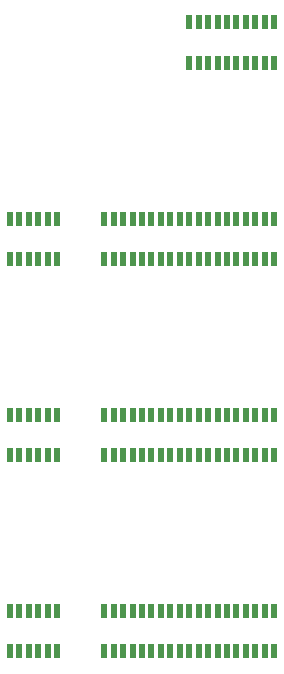
<source format=gbr>
G04 #@! TF.FileFunction,Paste,Top*
%FSLAX46Y46*%
G04 Gerber Fmt 4.6, Leading zero omitted, Abs format (unit mm)*
G04 Created by KiCad (PCBNEW 4.0.1-stable) date 2016-12-19 1:01:29 AM*
%MOMM*%
G01*
G04 APERTURE LIST*
%ADD10C,0.100000*%
%ADD11R,0.500000X1.200000*%
G04 APERTURE END LIST*
D10*
D11*
X95500000Y-64800000D03*
X97100000Y-64800000D03*
X96300000Y-64800000D03*
X95500000Y-61400000D03*
X97100000Y-61400000D03*
X96300000Y-61400000D03*
X89100000Y-64800000D03*
X89900000Y-64800000D03*
X91500000Y-64800000D03*
X90700000Y-64800000D03*
X93900000Y-64800000D03*
X94700000Y-64800000D03*
X93100000Y-64800000D03*
X92300000Y-64800000D03*
X89100000Y-61400000D03*
X89900000Y-61400000D03*
X91500000Y-61400000D03*
X90700000Y-61400000D03*
X93900000Y-61400000D03*
X94700000Y-61400000D03*
X93100000Y-61400000D03*
X92300000Y-61400000D03*
X85900000Y-61400000D03*
X86700000Y-61400000D03*
X88300000Y-61400000D03*
X87500000Y-61400000D03*
X85900000Y-64800000D03*
X86700000Y-64800000D03*
X88300000Y-64800000D03*
X87500000Y-64800000D03*
X84300000Y-64800000D03*
X85100000Y-64800000D03*
X76300000Y-64800000D03*
X77100000Y-64800000D03*
X75500000Y-64800000D03*
X77900000Y-64800000D03*
X78700000Y-64800000D03*
X83500000Y-64800000D03*
X82700000Y-64800000D03*
X84300000Y-61400000D03*
X85100000Y-61400000D03*
X76300000Y-61400000D03*
X77100000Y-61400000D03*
X75500000Y-61400000D03*
X74700000Y-61400000D03*
X77900000Y-61400000D03*
X78700000Y-61400000D03*
X83500000Y-61400000D03*
X82700000Y-61400000D03*
X74700000Y-64800000D03*
X95500000Y-81400000D03*
X97100000Y-81400000D03*
X96300000Y-81400000D03*
X95500000Y-78000000D03*
X97100000Y-78000000D03*
X96300000Y-78000000D03*
X89100000Y-81400000D03*
X89900000Y-81400000D03*
X91500000Y-81400000D03*
X90700000Y-81400000D03*
X93900000Y-81400000D03*
X94700000Y-81400000D03*
X93100000Y-81400000D03*
X92300000Y-81400000D03*
X89100000Y-78000000D03*
X89900000Y-78000000D03*
X91500000Y-78000000D03*
X90700000Y-78000000D03*
X93900000Y-78000000D03*
X94700000Y-78000000D03*
X93100000Y-78000000D03*
X92300000Y-78000000D03*
X85900000Y-78000000D03*
X86700000Y-78000000D03*
X88300000Y-78000000D03*
X87500000Y-78000000D03*
X85900000Y-81400000D03*
X86700000Y-81400000D03*
X88300000Y-81400000D03*
X87500000Y-81400000D03*
X84300000Y-81400000D03*
X85100000Y-81400000D03*
X76300000Y-81400000D03*
X77100000Y-81400000D03*
X75500000Y-81400000D03*
X77900000Y-81400000D03*
X78700000Y-81400000D03*
X83500000Y-81400000D03*
X82700000Y-81400000D03*
X84300000Y-78000000D03*
X85100000Y-78000000D03*
X76300000Y-78000000D03*
X77100000Y-78000000D03*
X75500000Y-78000000D03*
X74700000Y-78000000D03*
X77900000Y-78000000D03*
X78700000Y-78000000D03*
X83500000Y-78000000D03*
X82700000Y-78000000D03*
X74700000Y-81400000D03*
X96300000Y-28200000D03*
X97100000Y-28200000D03*
X91500000Y-28200000D03*
X92300000Y-28200000D03*
X90700000Y-28200000D03*
X89900000Y-28200000D03*
X93100000Y-28200000D03*
X93900000Y-28200000D03*
X95500000Y-28200000D03*
X94700000Y-28200000D03*
X94700000Y-31600000D03*
X95500000Y-31600000D03*
X93900000Y-31600000D03*
X93100000Y-31600000D03*
X89900000Y-31600000D03*
X90700000Y-31600000D03*
X92300000Y-31600000D03*
X91500000Y-31600000D03*
X97100000Y-31600000D03*
X96300000Y-31600000D03*
X95500000Y-48200000D03*
X97100000Y-48200000D03*
X96300000Y-48200000D03*
X95500000Y-44800000D03*
X97100000Y-44800000D03*
X96300000Y-44800000D03*
X89100000Y-48200000D03*
X89900000Y-48200000D03*
X91500000Y-48200000D03*
X90700000Y-48200000D03*
X93900000Y-48200000D03*
X94700000Y-48200000D03*
X93100000Y-48200000D03*
X92300000Y-48200000D03*
X89100000Y-44800000D03*
X89900000Y-44800000D03*
X91500000Y-44800000D03*
X90700000Y-44800000D03*
X93900000Y-44800000D03*
X94700000Y-44800000D03*
X93100000Y-44800000D03*
X92300000Y-44800000D03*
X85900000Y-44800000D03*
X86700000Y-44800000D03*
X88300000Y-44800000D03*
X87500000Y-44800000D03*
X85900000Y-48200000D03*
X86700000Y-48200000D03*
X88300000Y-48200000D03*
X87500000Y-48200000D03*
X84300000Y-48200000D03*
X85100000Y-48200000D03*
X76300000Y-48200000D03*
X77100000Y-48200000D03*
X75500000Y-48200000D03*
X77900000Y-48200000D03*
X78700000Y-48200000D03*
X83500000Y-48200000D03*
X82700000Y-48200000D03*
X84300000Y-44800000D03*
X85100000Y-44800000D03*
X76300000Y-44800000D03*
X77100000Y-44800000D03*
X75500000Y-44800000D03*
X74700000Y-44800000D03*
X77900000Y-44800000D03*
X78700000Y-44800000D03*
X83500000Y-44800000D03*
X82700000Y-44800000D03*
X74700000Y-48200000D03*
M02*

</source>
